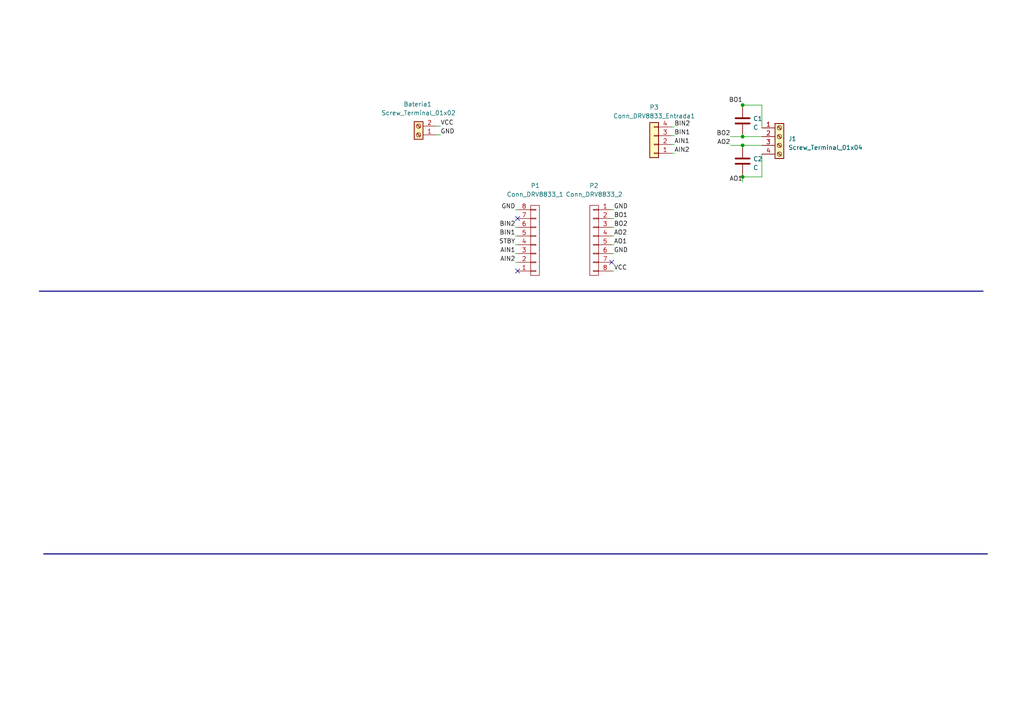
<source format=kicad_sch>
(kicad_sch (version 20230121) (generator eeschema)
  (paper "A4")
  (lib_symbols
    (symbol "Connector:Screw_Terminal_01x02" (pin_names (offset 1.016) hide)
      (property "Reference" "J" (at 0 2.54 0))
      (property "Value" "Screw_Terminal_01x02" (at 0 -5.08 0))
      (symbol "Screw_Terminal_01x02_1_1"
        (rectangle (start -1.27 1.27) (end 1.27 -3.81) (stroke (width 0.254)) (fill (type background)))
        (circle (center 0 -2.54) (radius 0.635) (stroke (width 0.1524)))
        (polyline (pts (xy -0.5334 -2.2098) (xy 0.3302 -3.048)) (stroke (width 0.1524)))
        (polyline (pts (xy -0.5334 0.3302) (xy 0.3302 -0.508)) (stroke (width 0.1524)))
        (polyline (pts (xy -0.3556 -2.032) (xy 0.508 -2.8702)) (stroke (width 0.1524)))
        (polyline (pts (xy -0.3556 0.508) (xy 0.508 -0.3302)) (stroke (width 0.1524)))
        (circle (center 0 0) (radius 0.635) (stroke (width 0.1524)))
        (pin passive line (at -5.08 0 0) (length 3.81) (name "Pin_1") (number "1"))
        (pin passive line (at -5.08 -2.54 0) (length 3.81) (name "Pin_2") (number "2"))
      )
    )
    (symbol "Device:C" (pin_numbers hide) (pin_names (offset 0.254))
      (property "Reference" "C" (at 0.635 2.54 0))
      (property "Value" "C" (at 0.635 -2.54 0))
      (symbol "C_0_1"
        (polyline (pts (xy -2.032 -0.762) (xy 2.032 -0.762)) (stroke (width 0.508)))
        (polyline (pts (xy -2.032 0.762) (xy 2.032 0.762)) (stroke (width 0.508)))
      )
      (symbol "C_1_1"
        (pin passive line (at 0 3.81 270) (length 2.794) (name "~") (number "1"))
        (pin passive line (at 0 -3.81 90) (length 2.794) (name "~") (number "2"))
      )
    )
    (symbol "EESTN5:CONN_01X08" (pin_names (offset 1.016) hide)
      (property "Reference" "P" (at 0 11.43 0))
      (property "Value" "CONN_01X08" (at 2.54 0 90))
      (symbol "CONN_01X08_0_1"
        (rectangle (start -1.27 -10.16) (end 1.27 10.16))
        (rectangle (start -1.27 -8.763) (end 0.254 -9.017))
        (rectangle (start -1.27 -6.223) (end 0.254 -6.477))
        (rectangle (start -1.27 -3.683) (end 0.254 -3.937))
        (rectangle (start -1.27 -1.143) (end 0.254 -1.397))
        (rectangle (start -1.27 1.397) (end 0.254 1.143))
        (rectangle (start -1.27 3.937) (end 0.254 3.683))
        (rectangle (start -1.27 6.477) (end 0.254 6.223))
        (rectangle (start -1.27 9.017) (end 0.254 8.763))
      )
      (symbol "CONN_01X08_1_1"
        (pin passive line (at -5.08 8.89 0) (length 3.81) (name "P1") (number "1"))
        (pin passive line (at -5.08 6.35 0) (length 3.81) (name "P2") (number "2"))
        (pin passive line (at -5.08 3.81 0) (length 3.81) (name "P3") (number "3"))
        (pin passive line (at -5.08 1.27 0) (length 3.81) (name "P4") (number "4"))
        (pin passive line (at -5.08 -1.27 0) (length 3.81) (name "P5") (number "5"))
        (pin passive line (at -5.08 -3.81 0) (length 3.81) (name "P6") (number "6"))
        (pin passive line (at -5.08 -6.35 0) (length 3.81) (name "P7") (number "7"))
        (pin passive line (at -5.08 -8.89 0) (length 3.81) (name "P8") (number "8"))
      )
    )
    (symbol "EESTN5:Conn_01x04" (pin_names (offset 1.016) hide)
      (property "Reference" "J" (at 0 5.08 0))
      (property "Value" "Conn_01x04" (at 0 -7.62 0))
      (symbol "Conn_01x04_1_1"
        (rectangle (start -1.27 -4.953) (end 0 -5.207) (stroke (width 0.1524)))
        (rectangle (start -1.27 -2.413) (end 0 -2.667) (stroke (width 0.1524)))
        (rectangle (start -1.27 0.127) (end 0 -0.127) (stroke (width 0.1524)))
        (rectangle (start -1.27 2.667) (end 0 2.413) (stroke (width 0.1524)))
        (rectangle (start -1.27 3.81) (end 1.27 -6.35) (stroke (width 0.254)) (fill (type background)))
        (pin passive line (at -5.08 2.54 0) (length 3.81) (name "Pin_1") (number "1"))
        (pin passive line (at -5.08 0 0) (length 3.81) (name "Pin_2") (number "2"))
        (pin passive line (at -5.08 -2.54 0) (length 3.81) (name "Pin_3") (number "3"))
        (pin passive line (at -5.08 -5.08 0) (length 3.81) (name "Pin_4") (number "4"))
      )
    )
    (symbol "EESTN5:Screw_Terminal_01x04" (pin_names (offset 1.016) hide)
      (property "Reference" "J" (at 0 5.08 0))
      (property "Value" "Screw_Terminal_01x04" (at 0 -7.62 0))
      (symbol "Screw_Terminal_01x04_1_1"
        (rectangle (start -1.27 3.81) (end 1.27 -6.35) (stroke (width 0.254)) (fill (type background)))
        (circle (center 0 -5.08) (radius 0.635) (stroke (width 0.1524)))
        (circle (center 0 -2.54) (radius 0.635) (stroke (width 0.1524)))
        (polyline (pts (xy -0.5334 -4.7498) (xy 0.3302 -5.588)) (stroke (width 0.1524)))
        (polyline (pts (xy -0.5334 -2.2098) (xy 0.3302 -3.048)) (stroke (width 0.1524)))
        (polyline (pts (xy -0.5334 0.3302) (xy 0.3302 -0.508)) (stroke (width 0.1524)))
        (polyline (pts (xy -0.5334 2.8702) (xy 0.3302 2.032)) (stroke (width 0.1524)))
        (polyline (pts (xy -0.3556 -4.572) (xy 0.508 -5.4102)) (stroke (width 0.1524)))
        (polyline (pts (xy -0.3556 -2.032) (xy 0.508 -2.8702)) (stroke (width 0.1524)))
        (polyline (pts (xy -0.3556 0.508) (xy 0.508 -0.3302)) (stroke (width 0.1524)))
        (polyline (pts (xy -0.3556 3.048) (xy 0.508 2.2098)) (stroke (width 0.1524)))
        (circle (center 0 0) (radius 0.635) (stroke (width 0.1524)))
        (circle (center 0 2.54) (radius 0.635) (stroke (width 0.1524)))
        (pin passive line (at -5.08 2.54 0) (length 3.81) (name "Pin_1") (number "1"))
        (pin passive line (at -5.08 0 0) (length 3.81) (name "Pin_2") (number "2"))
        (pin passive line (at -5.08 -2.54 0) (length 3.81) (name "Pin_3") (number "3"))
        (pin passive line (at -5.08 -5.08 0) (length 3.81) (name "Pin_4") (number "4"))
      )
    )
  )
  (junction (at 215.392 30.48))
  (junction (at 215.392 42.164))
  (junction (at 215.392 39.624))
  (junction (at 215.392 51.308))
  (no_connect (at 150.114 63.373))
  (no_connect (at 150.114 78.613))
  (no_connect (at 177.419 76.073))
  (wire (pts (xy 195.58 36.83) (xy 194.818 36.83)))
  (wire (pts (xy 211.836 42.164) (xy 215.392 42.164)))
  (wire (pts (xy 149.479 76.073) (xy 150.114 76.073)))
  (wire (pts (xy 215.392 39.624) (xy 220.98 39.624)))
  (wire (pts (xy 215.392 51.308) (xy 215.392 52.832)))
  (bus (pts (xy 11.43 84.455) (xy 285.115 84.455)))
  (wire (pts (xy 215.392 38.862) (xy 215.392 39.624)))
  (wire (pts (xy 194.818 41.91) (xy 195.58 41.91)))
  (bus (pts (xy 12.7 160.655) (xy 286.385 160.655)))
  (wire (pts (xy 215.392 30.48) (xy 220.98 30.48)))
  (wire (pts (xy 220.98 37.084) (xy 220.98 30.48)))
  (wire (pts (xy 215.392 30.48) (xy 215.392 31.242)))
  (wire (pts (xy 215.392 42.926) (xy 215.392 42.164)))
  (wire (pts (xy 177.419 60.833) (xy 178.054 60.833)))
  (wire (pts (xy 177.419 73.533) (xy 178.054 73.533)))
  (wire (pts (xy 149.479 68.453) (xy 150.114 68.453)))
  (wire (pts (xy 149.479 65.913) (xy 150.114 65.913)))
  (wire (pts (xy 211.836 39.624) (xy 215.392 39.624)))
  (wire (pts (xy 195.58 39.37) (xy 194.818 39.37)))
  (wire (pts (xy 215.392 50.546) (xy 215.392 51.308)))
  (wire (pts (xy 178.054 68.453) (xy 177.419 68.453)))
  (wire (pts (xy 177.419 78.613) (xy 178.054 78.613)))
  (wire (pts (xy 149.479 73.533) (xy 150.114 73.533)))
  (wire (pts (xy 220.98 44.704) (xy 220.98 51.308)))
  (wire (pts (xy 127.762 36.576) (xy 126.492 36.576)))
  (wire (pts (xy 178.054 70.993) (xy 177.419 70.993)))
  (wire (pts (xy 215.392 29.972) (xy 215.392 30.48)))
  (wire (pts (xy 194.818 44.45) (xy 195.58 44.45)))
  (wire (pts (xy 178.054 63.373) (xy 177.419 63.373)))
  (wire (pts (xy 215.392 42.164) (xy 220.98 42.164)))
  (wire (pts (xy 178.054 65.913) (xy 177.419 65.913)))
  (wire (pts (xy 220.98 51.308) (xy 215.392 51.308)))
  (wire (pts (xy 149.479 60.833) (xy 150.114 60.833)))
  (wire (pts (xy 127.762 39.116) (xy 126.492 39.116)))
  (wire (pts (xy 149.479 70.993) (xy 150.114 70.993)))
  (label "VCC" (at 127.762 36.576 0))
  (label "AIN2" (at 149.479 76.073 180))
  (label "AO1" (at 215.392 52.832 180))
  (label "BIN1" (at 195.58 39.37 0))
  (label "AO2" (at 178.054 68.453 0))
  (label "BO2" (at 211.836 39.624 180))
  (label "BO2" (at 178.054 65.913 0))
  (label "BO1" (at 178.054 63.373 0))
  (label "AO2" (at 211.836 42.164 180))
  (label "BIN1" (at 149.479 68.453 180))
  (label "GND" (at 178.054 60.833 0))
  (label "VCC" (at 178.054 78.613 0))
  (label "GND" (at 178.054 73.533 0))
  (label "AIN1" (at 195.58 41.91 0))
  (label "GND" (at 149.479 60.833 180))
  (label "AO1" (at 178.054 70.993 0))
  (label "AIN1" (at 149.479 73.533 180))
  (label "BIN2" (at 195.58 36.83 0))
  (label "STBY" (at 149.479 70.993 180))
  (label "BIN2" (at 149.479 65.913 180))
  (label "GND" (at 127.762 39.116 0))
  (label "AIN2" (at 195.58 44.45 0))
  (label "BO1" (at 215.392 29.972 180))
  (symbol (lib_id "EESTN5:Conn_01x04") (at 189.738 41.91 180) (unit 1)
    (property "Reference" "Conn_DRV8833_Entrada1" (at 189.738 33.655 0))
    (property "Value" "P3" (at 189.738 31.115 0))
    (property "Footprint" "Connector_PinHeader_2.54mm:PinHeader_1x04_P2.54mm_Vertical" (effects hide))
  )
  (symbol (lib_id "EESTN5:CONN_01X08") (at 172.339 69.723 0) (mirror y) (unit 1)
    (property "Reference" "P2" (at 173.609 53.848 0) (effects (justify left)))
    (property "Value" "Conn_DRV8833_2" (at 180.594 56.388 0) (effects (justify left)))
    (property "Footprint" "Connector_PinHeader_2.54mm:PinHeader_1x08_P2.54mm_Vertical" (effects hide))
  )
  (symbol (lib_id "Connector:Screw_Terminal_01x02") (at 121.412 39.116 180) (unit 1)
    (property "Reference" "Batería1" (at 125.222 30.226 0) (effects (justify left)))
    (property "Value" "Screw_Terminal_01x02" (at 132.207 32.766 0) (effects (justify left)))
    (property "Footprint" "TerminalBlock:TerminalBlock_Altech_AK300-2_P5.00mm" (effects hide))
  )
  (symbol (lib_id "EESTN5:CONN_01X08") (at 155.194 69.723 0) (mirror x) (unit 1)
    (property "Reference" "P1" (at 153.924 53.848 0) (effects (justify left)))
    (property "Value" "Conn_DRV8833_1" (at 146.939 56.388 0) (effects (justify left)))
    (property "Footprint" "Connector_PinHeader_2.54mm:PinHeader_1x08_P2.54mm_Vertical" (effects hide))
  )
  (symbol (lib_id "Device:C") (at 215.392 35.052 0) (unit 1)
    (property "Reference" "C1" (at 218.44 34.417 0) (effects (justify left)))
    (property "Value" "C" (at 218.44 36.957 0) (effects (justify left)))
    (property "Footprint" "Capacitor_THT:C_Disc_D6.0mm_W2.5mm_P5.00mm" (effects hide))
  )
  (symbol (lib_id "Device:C") (at 215.392 46.736 0) (unit 1)
    (property "Reference" "C2" (at 218.44 46.101 0) (effects (justify left)))
    (property "Value" "C" (at 218.44 48.641 0) (effects (justify left)))
    (property "Footprint" "Capacitor_THT:C_Disc_D6.0mm_W2.5mm_P5.00mm" (effects hide))
  )
  (symbol (lib_id "EESTN5:Screw_Terminal_01x04") (at 226.06 39.624 0) (unit 1)
    (property "Reference" "J1" (at 228.6 40.259 0) (effects (justify left)))
    (property "Value" "Screw_Terminal_01x04" (at 228.6 42.799 0) (effects (justify left)))
    (property "Footprint" "Connector_PinHeader_2.54mm:PinHeader_1x04_P2.54mm_Vertical" (effects hide))
  )
)
</source>
